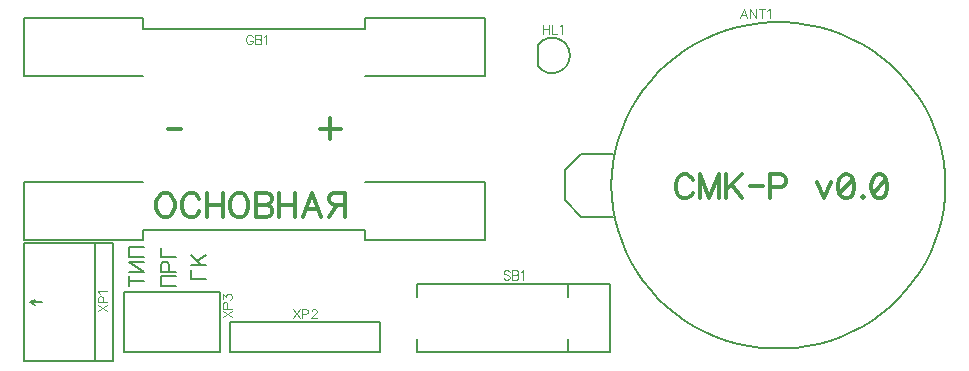
<source format=gbr>
G04 DipTrace 3.3.1.3*
G04 GTO.gbr*
%MOIN*%
G04 #@! TF.FileFunction,Legend,Top*
G04 #@! TF.Part,Single*
%ADD10C,0.005906*%
%ADD83C,0.004632*%
%ADD84C,0.012351*%
%ADD86C,0.00772*%
%FSLAX26Y26*%
G04*
G70*
G90*
G75*
G01*
G04 TopSilk*
%LPD*%
X426535Y1544882D2*
D10*
X824213D1*
X1961969D2*
Y1351997D1*
Y804724D2*
Y997609D1*
X426535Y804724D2*
Y997609D1*
Y1544882D2*
Y1351997D1*
X1564291D2*
X1961969D1*
X1564291Y997609D2*
X1961969D1*
X426535Y1351997D2*
X824213D1*
X426535Y997609D2*
X824213D1*
Y1509428D2*
X1564291D1*
X824213D2*
Y1544882D1*
X1564291D2*
X1961969D1*
X1564291Y1509428D2*
Y1544882D1*
X426535Y804724D2*
X824213D1*
Y840178D2*
X1564291D1*
X824213Y804724D2*
Y840178D1*
X1564291Y804724D2*
X1961969D1*
X1564291D2*
Y840178D1*
X2139761Y1456306D2*
G02X2139761Y1385427I47252J-35439D01*
G01*
Y1456306D2*
Y1385427D1*
X2238984Y616683D2*
Y660000D1*
Y431654D2*
Y474971D1*
X1735039Y431654D2*
X2380709D1*
Y660000D2*
Y431654D1*
X1735039Y660000D2*
X2380709D1*
X1735039Y616683D2*
X1735233Y660000D1*
X1735039Y431654D2*
Y474971D1*
X721496Y401339D2*
Y795039D1*
X426220Y401339D2*
Y795039D1*
X721496Y401339D2*
X426220D1*
X721496Y795039D2*
X426220D1*
X662441Y401339D2*
Y795039D1*
X485276Y598189D2*
X445915D1*
X461654Y590315D1*
X445915Y598189D2*
X461654Y606063D1*
X1614038Y430982D2*
X1113993D1*
Y530984D1*
X1614038D1*
Y430982D1*
X1080118Y430984D2*
X760433D1*
Y630984D1*
X1080118D1*
Y430984D1*
X2284452Y1093700D2*
X2390774D1*
X2228247Y1037368D2*
X2284452Y1093700D1*
Y881203D2*
X2390774D1*
X2384557Y987451D2*
X2385912Y1025382D1*
X2389970Y1063127D1*
X2396712Y1100503D1*
X2406104Y1137329D1*
X2418101Y1173425D1*
X2432645Y1208614D1*
X2449664Y1242727D1*
X2469076Y1275595D1*
X2490785Y1307060D1*
X2514688Y1336967D1*
X2540666Y1365172D1*
X2568593Y1391536D1*
X2598334Y1415932D1*
X2629743Y1438241D1*
X2662667Y1458353D1*
X2696946Y1476171D1*
X2732413Y1491608D1*
X2768896Y1504588D1*
X2806215Y1515050D1*
X2844190Y1522941D1*
X2882636Y1528223D1*
X2921365Y1530870D1*
X2960189D1*
X2998918Y1528223D1*
X3037364Y1522941D1*
X3075339Y1515050D1*
X3112659Y1504588D1*
X3149141Y1491608D1*
X3184608Y1476171D1*
X3218887Y1458353D1*
X3251812Y1438241D1*
X3283220Y1415932D1*
X3312961Y1391536D1*
X3340888Y1365172D1*
X3366867Y1336967D1*
X3390769Y1307060D1*
X3412479Y1275595D1*
X3431890Y1242727D1*
X3448910Y1208614D1*
X3463453Y1173425D1*
X3475450Y1137329D1*
X3484843Y1100503D1*
X3491584Y1063127D1*
X3495642Y1025382D1*
X3496997Y987451D1*
X3495642Y949521D1*
X3491584Y911776D1*
X3484843Y874399D1*
X3475450Y837574D1*
X3463453Y801478D1*
X3448910Y766288D1*
X3431890Y732176D1*
X3412479Y699308D1*
X3390769Y667843D1*
X3366867Y637936D1*
X3340888Y609731D1*
X3312961Y583366D1*
X3283220Y558971D1*
X3251812Y536662D1*
X3218887Y516550D1*
X3184608Y498732D1*
X3149141Y483295D1*
X3112659Y470314D1*
X3075339Y459853D1*
X3037364Y451962D1*
X2998918Y446680D1*
X2960189Y444033D1*
X2921365D1*
X2882636Y446680D1*
X2844190Y451962D1*
X2806215Y459853D1*
X2768896Y470314D1*
X2732413Y483295D1*
X2696946Y498732D1*
X2662667Y516550D1*
X2629743Y536662D1*
X2598334Y558971D1*
X2568593Y583366D1*
X2540666Y609731D1*
X2514688Y637936D1*
X2490785Y667843D1*
X2469076Y699308D1*
X2449664Y732176D1*
X2432645Y766288D1*
X2418101Y801478D1*
X2406104Y837574D1*
X2396712Y874399D1*
X2389970Y911776D1*
X2385912Y949521D1*
X2384557Y987451D1*
X2228247Y1037368D2*
Y937426D1*
X2284452Y881203D2*
X2228247Y937426D1*
X1188354Y1481653D2*
D83*
X1186928Y1484505D1*
X1184043Y1487390D1*
X1181191Y1488816D1*
X1175454D1*
X1172569Y1487390D1*
X1169717Y1484505D1*
X1168258Y1481653D1*
X1166832Y1477342D1*
Y1470146D1*
X1168258Y1465868D1*
X1169717Y1462983D1*
X1172569Y1460131D1*
X1175454Y1458672D1*
X1181191D1*
X1184043Y1460131D1*
X1186928Y1462983D1*
X1188354Y1465868D1*
Y1470146D1*
X1181191D1*
X1197618Y1488816D2*
Y1458672D1*
X1210551D1*
X1214862Y1460131D1*
X1216288Y1461557D1*
X1217714Y1464409D1*
Y1468720D1*
X1216288Y1471605D1*
X1214862Y1473031D1*
X1210551Y1474457D1*
X1214862Y1475916D1*
X1216288Y1477342D1*
X1217714Y1480194D1*
Y1483079D1*
X1216288Y1485931D1*
X1214862Y1487390D1*
X1210551Y1488816D1*
X1197618D1*
Y1474457D2*
X1210551D1*
X1226977Y1483046D2*
X1229862Y1484505D1*
X1234173Y1488783D1*
Y1458672D1*
X2155493Y1523865D2*
Y1493721D1*
X2175589Y1523865D2*
Y1493721D1*
X2155493Y1509506D2*
X2175589D1*
X2184852Y1523865D2*
Y1493721D1*
X2202063D1*
X2211327Y1518095D2*
X2214212Y1519554D1*
X2218523Y1523832D1*
Y1493721D1*
X2045012Y699623D2*
X2042161Y702508D1*
X2037849Y703934D1*
X2032113D1*
X2027801Y702508D1*
X2024916Y699623D1*
Y696771D1*
X2026376Y693886D1*
X2027801Y692460D1*
X2030653Y691034D1*
X2039275Y688149D1*
X2042161Y686723D1*
X2043586Y685264D1*
X2045012Y682412D1*
Y678101D1*
X2042161Y675249D1*
X2037849Y673790D1*
X2032113D1*
X2027801Y675249D1*
X2024916Y678101D1*
X2054276Y703934D2*
Y673790D1*
X2067209D1*
X2071520Y675249D1*
X2072946Y676675D1*
X2074372Y679527D1*
Y683838D1*
X2072946Y686723D1*
X2071520Y688149D1*
X2067209Y689575D1*
X2071520Y691034D1*
X2072946Y692460D1*
X2074372Y695312D1*
Y698197D1*
X2072946Y701049D1*
X2071520Y702508D1*
X2067209Y703934D1*
X2054276D1*
Y689575D2*
X2067209D1*
X2083636Y698164D2*
X2086521Y699623D1*
X2090832Y703901D1*
Y673790D1*
X673675Y568333D2*
X703819Y588428D1*
X673675Y588429D2*
X703819Y568333D1*
X689460Y597692D2*
Y610625D1*
X688034Y614903D1*
X686575Y616362D1*
X683723Y617788D1*
X679412D1*
X676560Y616362D1*
X675101Y614903D1*
X673675Y610625D1*
Y597692D1*
X703819D1*
X679445Y627052D2*
X677986Y629937D1*
X673708Y634248D1*
X703819D1*
X1324608Y574917D2*
X1344704Y544773D1*
Y574917D2*
X1324608Y544773D1*
X1353968Y559132D2*
X1366901D1*
X1371179Y560558D1*
X1372638Y562018D1*
X1374064Y564869D1*
Y569180D1*
X1372638Y572032D1*
X1371179Y573491D1*
X1366901Y574917D1*
X1353968D1*
Y544773D1*
X1384786Y567721D2*
Y569147D1*
X1386212Y572032D1*
X1387638Y573458D1*
X1390523Y574884D1*
X1396260D1*
X1399112Y573458D1*
X1400538Y572032D1*
X1401997Y569147D1*
Y566295D1*
X1400538Y563410D1*
X1397686Y559132D1*
X1383327Y544773D1*
X1403423D1*
X1088842Y547827D2*
X1118986Y567923D1*
X1088842D2*
X1118986Y547827D1*
X1104627Y577187D2*
Y590120D1*
X1103201Y594398D1*
X1101742Y595857D1*
X1098890Y597283D1*
X1094579D1*
X1091727Y595857D1*
X1090268Y594398D1*
X1088842Y590120D1*
Y577187D1*
X1118986D1*
X1088875Y609432D2*
Y625183D1*
X1100349Y616594D1*
Y620906D1*
X1101775Y623757D1*
X1103201Y625183D1*
X1107512Y626642D1*
X1110364D1*
X1114675Y625183D1*
X1117560Y622331D1*
X1118986Y618020D1*
Y613709D1*
X1117560Y609432D1*
X1116101Y608006D1*
X1113249Y606546D1*
X2836523Y1544991D2*
X2825016Y1575135D1*
X2813542Y1544991D1*
X2817853Y1555039D2*
X2832212D1*
X2865883Y1575135D2*
Y1544991D1*
X2845787Y1575135D1*
Y1544991D1*
X2885194Y1575135D2*
Y1544991D1*
X2875146Y1575135D2*
X2895242D1*
X2904506Y1569365D2*
X2907391Y1570824D1*
X2911702Y1575102D1*
Y1544991D1*
X890149Y961786D2*
D84*
X882456Y957983D1*
X874851Y950290D1*
X870960Y942685D1*
X867157Y931189D1*
Y911999D1*
X870960Y900592D1*
X874851Y892898D1*
X882456Y885293D1*
X890149Y881402D1*
X905448D1*
X913053Y885293D1*
X920747Y892898D1*
X924549Y900592D1*
X928352Y911999D1*
Y931189D1*
X924549Y942685D1*
X920747Y950290D1*
X913053Y957983D1*
X905448Y961786D1*
X890149D1*
X1010446Y942685D2*
X1006644Y950290D1*
X998950Y957983D1*
X991345Y961786D1*
X976047D1*
X968353Y957983D1*
X960748Y950290D1*
X956857Y942685D1*
X953055Y931189D1*
Y911999D1*
X956857Y900592D1*
X960748Y892898D1*
X968353Y885293D1*
X976047Y881402D1*
X991345D1*
X998950Y885293D1*
X1006644Y892898D1*
X1010446Y900592D1*
X1035149Y961786D2*
Y881402D1*
X1088739Y961786D2*
Y881402D1*
X1035149Y923495D2*
X1088739D1*
X1136433Y961786D2*
X1128740Y957983D1*
X1121135Y950290D1*
X1117244Y942685D1*
X1113441Y931189D1*
Y911999D1*
X1117244Y900592D1*
X1121135Y892898D1*
X1128740Y885293D1*
X1136433Y881402D1*
X1151732D1*
X1159337Y885293D1*
X1167031Y892898D1*
X1170833Y900592D1*
X1174636Y911999D1*
Y931189D1*
X1170833Y942685D1*
X1167031Y950290D1*
X1159337Y957983D1*
X1151732Y961786D1*
X1136433D1*
X1199339D2*
Y881402D1*
X1233827D1*
X1245323Y885293D1*
X1249125Y889096D1*
X1252928Y896701D1*
Y908197D1*
X1249125Y915890D1*
X1245323Y919693D1*
X1233827Y923495D1*
X1245323Y927386D1*
X1249125Y931189D1*
X1252928Y938794D1*
Y946487D1*
X1249125Y954093D1*
X1245323Y957983D1*
X1233827Y961786D1*
X1199339D1*
Y923495D2*
X1233827D1*
X1277631Y961786D2*
Y881402D1*
X1331220Y961786D2*
Y881402D1*
X1277631Y923495D2*
X1331220D1*
X1417206Y881402D2*
X1386520Y961786D1*
X1355923Y881402D1*
X1367419Y908197D2*
X1405710D1*
X1495498Y923495D2*
X1461098D1*
X1449602Y927386D1*
X1445711Y931189D1*
X1441909Y938794D1*
Y946487D1*
X1445711Y954093D1*
X1449602Y957983D1*
X1461098Y961786D1*
X1495498D1*
Y881402D1*
X1468703Y923495D2*
X1441909Y881402D1*
X776837Y667767D2*
D86*
X827077D1*
X776837Y651020D2*
Y684513D1*
Y733446D2*
X827077D1*
X776837D2*
X827077Y699953D1*
X776837D2*
X827077D1*
X776837Y748885D2*
X827077D1*
X776837Y782378D2*
X827077D1*
X776837Y748885D2*
Y782378D1*
X883087Y651020D2*
X933327D1*
X883087Y684513D2*
X933327D1*
X883087Y651020D2*
Y684513D1*
X909396Y699953D2*
Y721508D1*
X907019Y728637D1*
X904587Y731069D1*
X899834Y733446D1*
X892649D1*
X887896Y731069D1*
X885464Y728637D1*
X883087Y721508D1*
Y699953D1*
X933327D1*
X883087Y780002D2*
Y748885D1*
X933327D1*
X983087Y707137D2*
Y676020D1*
X1033327D1*
X983087Y722576D2*
X1033327D1*
X983087Y756069D2*
X1016581Y722576D1*
X1004587Y734514D2*
X1033327Y756069D1*
X2655799Y1005186D2*
D84*
X2651996Y1012791D1*
X2644302Y1020485D1*
X2636697Y1024287D1*
X2621399D1*
X2613705Y1020485D1*
X2606100Y1012791D1*
X2602209Y1005186D1*
X2598407Y993690D1*
Y974501D1*
X2602209Y963093D1*
X2606100Y955399D1*
X2613705Y947794D1*
X2621399Y943903D1*
X2636697D1*
X2644302Y947794D1*
X2651996Y955399D1*
X2655799Y963093D1*
X2741696Y943903D2*
Y1024287D1*
X2711099Y943903D1*
X2680501Y1024287D1*
Y943903D1*
X2766399Y1024287D2*
Y943903D1*
X2819988Y1024287D2*
X2766399Y970698D1*
X2785500Y989888D2*
X2819988Y943903D1*
X2844691Y984051D2*
X2888906D1*
X2913609Y982194D2*
X2948097D1*
X2959505Y985997D1*
X2963396Y989888D1*
X2967198Y997493D1*
Y1008989D1*
X2963396Y1016594D1*
X2959505Y1020485D1*
X2948097Y1024287D1*
X2913609D1*
Y943903D1*
X3069663Y997493D2*
X3092655Y943903D1*
X3115559Y997493D1*
X3163254Y1024199D2*
X3151757Y1020396D1*
X3144064Y1008900D1*
X3140261Y989799D1*
Y978303D1*
X3144064Y959202D1*
X3151757Y947706D1*
X3163254Y943903D1*
X3170859D1*
X3182355Y947706D1*
X3189960Y959202D1*
X3193851Y978303D1*
Y989799D1*
X3189960Y1008900D1*
X3182355Y1020396D1*
X3170859Y1024199D1*
X3163254D1*
X3189960Y1008900D2*
X3144064Y959202D1*
X3222356Y951597D2*
X3218554Y947706D1*
X3222356Y943903D1*
X3226247Y947706D1*
X3222356Y951597D1*
X3273942Y1024199D2*
X3262446Y1020396D1*
X3254752Y1008900D1*
X3250950Y989799D1*
Y978303D1*
X3254752Y959202D1*
X3262446Y947706D1*
X3273942Y943903D1*
X3281547D1*
X3293043Y947706D1*
X3300648Y959202D1*
X3304539Y978303D1*
Y989799D1*
X3300648Y1008900D1*
X3293043Y1020396D1*
X3281547Y1024199D1*
X3273942D1*
X3300648Y1008900D2*
X3254752Y959202D1*
X1447331Y1210638D2*
Y1141750D1*
X1412932Y1176149D2*
X1481820D1*
X906699Y1176120D2*
X950915D1*
M02*

</source>
